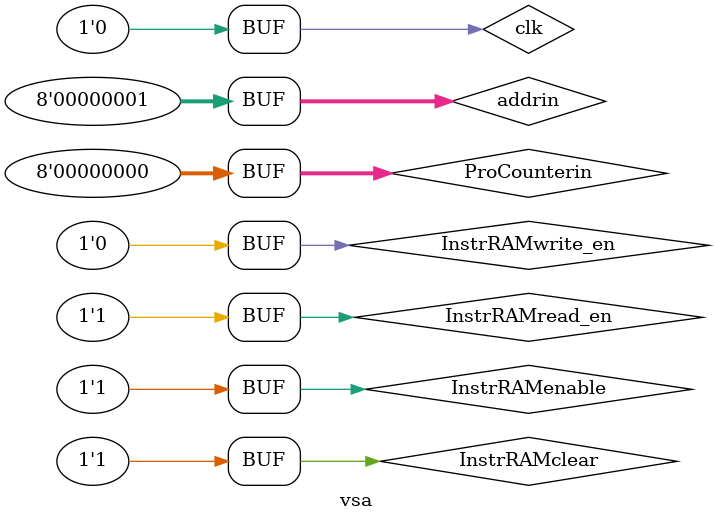
<source format=v>
`timescale 1ns / 1ps


module vsa;

	// Inputs
	reg clk;
	reg [7:0] addrin;
	reg InstrRAMenable;
	reg InstrRAMclear;
	reg InstrRAMread_en;
	reg InstrRAMwrite_en;
	reg [7:0] ProCounterin;

	// Outputs
	wire [15:0] IRAM_data_out;

	// Instantiate the Unit Under Test (UUT)
	CPU1 uut (
		.clk(clk), 
		.addrin(addrin), 
		.InstrRAMenable(InstrRAMenable), 
		.InstrRAMclear(InstrRAMclear), 
		.IRAM_data_out(IRAM_data_out), 
		.InstrRAMread_en(InstrRAMread_en), 
		.InstrRAMwrite_en(InstrRAMwrite_en), 
		.ProCounterin(ProCounterin)
	);

	initial begin
		// Initialize Inputs
		clk = 0;
		addrin = 1;
		InstrRAMenable = 1;
		InstrRAMclear = 1;
		InstrRAMread_en = 1;
		InstrRAMwrite_en = 0;
		ProCounterin =0;

		// Wait 100 ns for global reset to finish
		#100;
        
		// Add stimulus here

	end
      
endmodule


</source>
